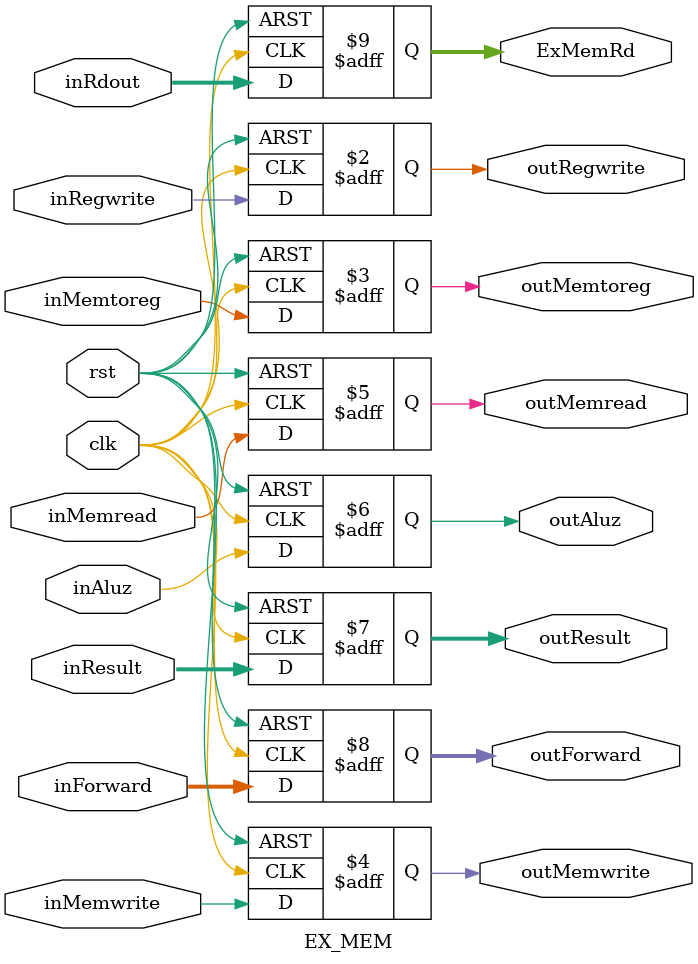
<source format=v>
`timescale 1ns/1ns

module EX_MEM (input clk,rst,inRegwrite,inMemtoreg,inMemwrite,inMemread,inAluz,
            input [31:0] inResult,inForward,
            input [4:0] inRdout,
            output reg outRegwrite,outMemtoreg,outMemwrite,outMemread,outAluz,
            output reg [31:0] outResult,outForward,
            output reg [4:0] ExMemRd);
    always@(posedge clk, posedge rst) begin
        if(rst) begin
            {outRegwrite,outMemtoreg,outMemwrite,outMemread, outAluz} <= 5'b0;
            outResult <= 32'b0; ExMemRd <= 5'b0; outForward <= 32'b0;
        end
        else begin
            outRegwrite <= inRegwrite;
            outMemtoreg <= inMemtoreg;
            outMemwrite <= inMemwrite;
            outMemread <= inMemread;
            outAluz <= inAluz;
            outResult <= inResult; 
            ExMemRd <= inRdout; 
            outForward <= inForward;
        end
    end
endmodule
    
</source>
